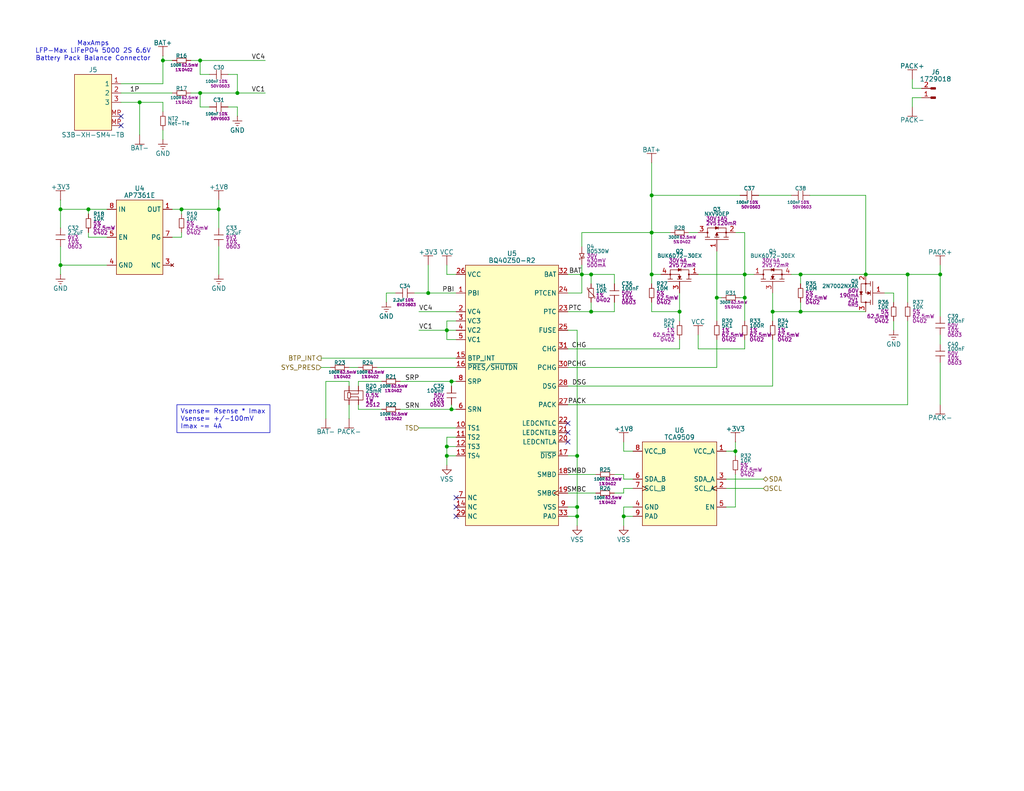
<source format=kicad_sch>
(kicad_sch (version 20231120) (generator "eeschema") (generator_version "8.0")
  (paper "USLetter")
  (title_block (date "2024-11-26") (comment 2 "PROTOTYPE") (comment 3 "2024"))
  (junction (at 121.92 124.46))
  (junction (at 177.8 53.34))
  (junction (at 200.66 123.19))
  (junction (at 256.54 74.93))
  (junction (at 116.84 80.01))
  (junction (at 158.75 74.93))
  (junction (at 24.13 57.15))
  (junction (at 157.48 138.43))
  (junction (at 170.18 140.97))
  (junction (at 38.1 27.94))
  (junction (at 123.19 111.76))
  (junction (at 218.44 74.93))
  (junction (at 203.2 81.28))
  (junction (at 161.29 74.93))
  (junction (at 44.45 16.51))
  (junction (at 177.8 63.5))
  (junction (at 64.77 25.4))
  (junction (at 210.82 85.09))
  (junction (at 218.44 85.09))
  (junction (at 247.65 74.93))
  (junction (at 157.48 140.97))
  (junction (at 59.69 57.15))
  (junction (at 203.2 74.93))
  (junction (at 185.42 85.09))
  (junction (at 121.92 90.17))
  (junction (at 123.19 104.14))
  (junction (at 195.58 81.28))
  (junction (at 157.48 124.46))
  (junction (at 121.92 121.92))
  (junction (at 16.51 57.15))
  (junction (at 54.61 25.4))
  (junction (at 161.29 85.09))
  (junction (at 177.8 74.93))
  (junction (at 236.22 74.93))
  (junction (at 16.51 72.39))
  (junction (at 54.61 16.51))
  (junction (at 49.53 57.15))
  (no_connect (at 124.46 138.43))
  (no_connect (at 33.02 34.29))
  (no_connect (at 124.46 140.97))
  (no_connect (at 33.02 31.75))
  (no_connect (at 124.46 135.89))
  (no_connect (at 154.94 115.57))
  (no_connect (at 154.94 120.65))
  (no_connect (at 154.94 118.11))
  (wire (pts (xy 157.48 138.43) (xy 157.48 140.97)))
  (wire (pts (xy 88.9 114.3) (xy 88.9 104.14)))
  (wire (pts (xy 46.99 57.15) (xy 49.53 57.15)))
  (wire (pts (xy 203.2 74.93) (xy 205.74 74.93)))
  (wire (pts (xy 113.03 80.01) (xy 116.84 80.01)))
  (wire (pts (xy 44.45 35.56) (xy 44.45 38.1)))
  (wire (pts (xy 154.94 110.49) (xy 247.65 110.49)))
  (wire (pts (xy 121.92 119.38) (xy 124.46 119.38)))
  (wire (pts (xy 177.8 85.09) (xy 185.42 85.09)))
  (wire (pts (xy 44.45 15.24) (xy 44.45 16.51)))
  (wire (pts (xy 123.19 104.14) (xy 123.19 105.41)))
  (wire (pts (xy 172.72 133.35) (xy 170.18 133.35)))
  (wire (pts (xy 161.29 74.93) (xy 161.29 77.47)))
  (wire (pts (xy 121.92 121.92) (xy 124.46 121.92)))
  (wire (pts (xy 105.41 80.01) (xy 107.95 80.01)))
  (wire (pts (xy 190.5 91.44) (xy 190.5 95.25)))
  (wire (pts (xy 54.61 16.51) (xy 54.61 20.32)))
  (wire (pts (xy 158.75 63.5) (xy 158.75 67.31)))
  (wire (pts (xy 44.45 16.51) (xy 46.99 16.51)))
  (wire (pts (xy 190.5 95.25) (xy 203.2 95.25)))
  (wire (pts (xy 218.44 74.93) (xy 215.9 74.93)))
  (wire (pts (xy 248.92 29.21) (xy 248.92 26.67)))
  (wire (pts (xy 97.79 105.41) (xy 97.79 104.14)))
  (wire (pts (xy 121.92 74.93) (xy 124.46 74.93)))
  (wire (pts (xy 29.21 57.15) (xy 24.13 57.15)))
  (wire (pts (xy 121.92 90.17) (xy 121.92 92.71)))
  (wire (pts (xy 170.18 129.54) (xy 170.18 130.81)))
  (wire (pts (xy 210.82 80.01) (xy 210.82 85.09)))
  (wire (pts (xy 198.12 130.81) (xy 208.28 130.81)))
  (wire (pts (xy 121.92 121.92) (xy 121.92 119.38)))
  (wire (pts (xy 203.2 74.93) (xy 203.2 81.28)))
  (wire (pts (xy 154.94 95.25) (xy 185.42 95.25)))
  (wire (pts (xy 157.48 90.17) (xy 157.48 124.46)))
  (wire (pts (xy 220.98 53.34) (xy 236.22 53.34)))
  (wire (pts (xy 97.79 111.76) (xy 104.14 111.76)))
  (wire (pts (xy 121.92 127) (xy 121.92 124.46)))
  (wire (pts (xy 167.64 77.47) (xy 167.64 74.93)))
  (wire (pts (xy 200.66 63.5) (xy 203.2 63.5)))
  (wire (pts (xy 116.84 72.39) (xy 116.84 80.01)))
  (wire (pts (xy 49.53 57.15) (xy 59.69 57.15)))
  (wire (pts (xy 54.61 25.4) (xy 64.77 25.4)))
  (wire (pts (xy 170.18 133.35) (xy 170.18 134.62)))
  (wire (pts (xy 198.12 133.35) (xy 208.28 133.35)))
  (wire (pts (xy 33.02 27.94) (xy 38.1 27.94)))
  (wire (pts (xy 57.15 29.21) (xy 54.61 29.21)))
  (wire (pts (xy 114.3 90.17) (xy 121.92 90.17)))
  (wire (pts (xy 180.34 74.93) (xy 177.8 74.93)))
  (wire (pts (xy 187.96 63.5) (xy 190.5 63.5)))
  (wire (pts (xy 95.25 100.33) (xy 97.79 100.33)))
  (wire (pts (xy 200.66 120.65) (xy 200.66 123.19)))
  (wire (pts (xy 210.82 92.71) (xy 210.82 105.41)))
  (wire (pts (xy 157.48 124.46) (xy 154.94 124.46)))
  (wire (pts (xy 195.58 92.71) (xy 195.58 100.33)))
  (wire (pts (xy 167.64 82.55) (xy 167.64 85.09)))
  (wire (pts (xy 105.41 82.55) (xy 105.41 80.01)))
  (wire (pts (xy 218.44 85.09) (xy 210.82 85.09)))
  (wire (pts (xy 185.42 92.71) (xy 185.42 95.25)))
  (wire (pts (xy 198.12 123.19) (xy 200.66 123.19)))
  (wire (pts (xy 157.48 140.97) (xy 154.94 140.97)))
  (wire (pts (xy 177.8 53.34) (xy 201.93 53.34)))
  (wire (pts (xy 158.75 80.01) (xy 158.75 74.93)))
  (wire (pts (xy 218.44 85.09) (xy 236.22 85.09)))
  (wire (pts (xy 114.3 116.84) (xy 124.46 116.84)))
  (wire (pts (xy 121.92 87.63) (xy 121.92 90.17)))
  (wire (pts (xy 33.02 22.86) (xy 44.45 22.86)))
  (wire (pts (xy 64.77 31.75) (xy 64.77 29.21)))
  (wire (pts (xy 44.45 27.94) (xy 44.45 30.48)))
  (wire (pts (xy 88.9 104.14) (xy 95.25 104.14)))
  (wire (pts (xy 114.3 85.09) (xy 124.46 85.09)))
  (wire (pts (xy 167.64 74.93) (xy 161.29 74.93)))
  (wire (pts (xy 243.84 80.01) (xy 241.3 80.01)))
  (wire (pts (xy 109.22 104.14) (xy 123.19 104.14)))
  (wire (pts (xy 177.8 53.34) (xy 177.8 63.5)))
  (wire (pts (xy 124.46 90.17) (xy 121.92 90.17)))
  (wire (pts (xy 54.61 16.51) (xy 72.39 16.51)))
  (wire (pts (xy 87.63 100.33) (xy 90.17 100.33)))
  (wire (pts (xy 256.54 72.39) (xy 256.54 74.93)))
  (wire (pts (xy 95.25 110.49) (xy 95.25 114.3)))
  (wire (pts (xy 256.54 86.36) (xy 256.54 74.93)))
  (wire (pts (xy 124.46 111.76) (xy 123.19 111.76)))
  (wire (pts (xy 16.51 72.39) (xy 16.51 74.93)))
  (wire (pts (xy 154.94 100.33) (xy 195.58 100.33)))
  (wire (pts (xy 64.77 20.32) (xy 64.77 25.4)))
  (wire (pts (xy 64.77 29.21) (xy 62.23 29.21)))
  (wire (pts (xy 177.8 82.55) (xy 177.8 85.09)))
  (wire (pts (xy 247.65 110.49) (xy 247.65 87.63)))
  (wire (pts (xy 167.64 129.54) (xy 170.18 129.54)))
  (wire (pts (xy 154.94 138.43) (xy 157.48 138.43)))
  (wire (pts (xy 49.53 57.15) (xy 49.53 58.42)))
  (wire (pts (xy 124.46 104.14) (xy 123.19 104.14)))
  (wire (pts (xy 167.64 85.09) (xy 161.29 85.09)))
  (wire (pts (xy 97.79 104.14) (xy 104.14 104.14)))
  (wire (pts (xy 16.51 72.39) (xy 29.21 72.39)))
  (wire (pts (xy 102.87 100.33) (xy 124.46 100.33)))
  (wire (pts (xy 200.66 129.54) (xy 200.66 138.43)))
  (wire (pts (xy 170.18 140.97) (xy 172.72 140.97)))
  (wire (pts (xy 256.54 99.06) (xy 256.54 110.49)))
  (wire (pts (xy 62.23 20.32) (xy 64.77 20.32)))
  (wire (pts (xy 170.18 140.97) (xy 170.18 138.43)))
  (wire (pts (xy 243.84 82.55) (xy 243.84 80.01)))
  (wire (pts (xy 200.66 138.43) (xy 198.12 138.43)))
  (wire (pts (xy 170.18 138.43) (xy 172.72 138.43)))
  (wire (pts (xy 236.22 74.93) (xy 247.65 74.93)))
  (wire (pts (xy 44.45 16.51) (xy 44.45 22.86)))
  (wire (pts (xy 121.92 72.39) (xy 121.92 74.93)))
  (wire (pts (xy 170.18 123.19) (xy 172.72 123.19)))
  (wire (pts (xy 157.48 90.17) (xy 154.94 90.17)))
  (wire (pts (xy 52.07 25.4) (xy 54.61 25.4)))
  (wire (pts (xy 177.8 63.5) (xy 177.8 74.93)))
  (wire (pts (xy 24.13 57.15) (xy 16.51 57.15)))
  (wire (pts (xy 158.75 63.5) (xy 177.8 63.5)))
  (wire (pts (xy 157.48 143.51) (xy 157.48 140.97)))
  (wire (pts (xy 124.46 87.63) (xy 121.92 87.63)))
  (wire (pts (xy 170.18 134.62) (xy 167.64 134.62)))
  (wire (pts (xy 195.58 81.28) (xy 195.58 87.63)))
  (wire (pts (xy 154.94 80.01) (xy 158.75 80.01)))
  (wire (pts (xy 16.51 67.31) (xy 16.51 72.39)))
  (wire (pts (xy 203.2 95.25) (xy 203.2 92.71)))
  (wire (pts (xy 64.77 25.4) (xy 72.39 25.4)))
  (wire (pts (xy 248.92 21.59) (xy 248.92 24.13)))
  (wire (pts (xy 123.19 111.76) (xy 123.19 110.49)))
  (wire (pts (xy 154.94 105.41) (xy 210.82 105.41)))
  (wire (pts (xy 158.75 72.39) (xy 158.75 74.93)))
  (wire (pts (xy 177.8 44.45) (xy 177.8 53.34)))
  (wire (pts (xy 158.75 74.93) (xy 161.29 74.93)))
  (wire (pts (xy 95.25 104.14) (xy 95.25 105.41)))
  (wire (pts (xy 236.22 53.34) (xy 236.22 74.93)))
  (wire (pts (xy 16.51 54.61) (xy 16.51 57.15)))
  (wire (pts (xy 154.94 134.62) (xy 162.56 134.62)))
  (wire (pts (xy 121.92 124.46) (xy 124.46 124.46)))
  (wire (pts (xy 248.92 26.67) (xy 251.46 26.67)))
  (wire (pts (xy 218.44 82.55) (xy 218.44 85.09)))
  (wire (pts (xy 97.79 110.49) (xy 97.79 111.76)))
  (wire (pts (xy 46.99 64.77) (xy 49.53 64.77)))
  (wire (pts (xy 52.07 16.51) (xy 54.61 16.51)))
  (wire (pts (xy 210.82 85.09) (xy 210.82 87.63)))
  (wire (pts (xy 207.01 53.34) (xy 215.9 53.34)))
  (wire (pts (xy 177.8 74.93) (xy 177.8 77.47)))
  (wire (pts (xy 256.54 91.44) (xy 256.54 93.98)))
  (wire (pts (xy 38.1 27.94) (xy 38.1 36.83)))
  (wire (pts (xy 203.2 63.5) (xy 203.2 74.93)))
  (wire (pts (xy 218.44 77.47) (xy 218.44 74.93)))
  (wire (pts (xy 177.8 63.5) (xy 182.88 63.5)))
  (wire (pts (xy 87.63 97.79) (xy 124.46 97.79)))
  (wire (pts (xy 170.18 120.65) (xy 170.18 123.19)))
  (wire (pts (xy 121.92 92.71) (xy 124.46 92.71)))
  (wire (pts (xy 170.18 130.81) (xy 172.72 130.81)))
  (wire (pts (xy 195.58 68.58) (xy 195.58 81.28)))
  (wire (pts (xy 185.42 85.09) (xy 185.42 80.01)))
  (wire (pts (xy 185.42 85.09) (xy 185.42 87.63)))
  (wire (pts (xy 218.44 74.93) (xy 236.22 74.93)))
  (wire (pts (xy 59.69 54.61) (xy 59.69 57.15)))
  (wire (pts (xy 154.94 85.09) (xy 161.29 85.09)))
  (wire (pts (xy 24.13 57.15) (xy 24.13 58.42)))
  (wire (pts (xy 190.5 74.93) (xy 203.2 74.93)))
  (wire (pts (xy 54.61 29.21) (xy 54.61 25.4)))
  (wire (pts (xy 161.29 82.55) (xy 161.29 85.09)))
  (wire (pts (xy 243.84 87.63) (xy 243.84 90.17)))
  (wire (pts (xy 201.93 81.28) (xy 203.2 81.28)))
  (wire (pts (xy 116.84 80.01) (xy 124.46 80.01)))
  (wire (pts (xy 200.66 123.19) (xy 200.66 124.46)))
  (wire (pts (xy 109.22 111.76) (xy 123.19 111.76)))
  (wire (pts (xy 154.94 129.54) (xy 162.56 129.54)))
  (wire (pts (xy 247.65 74.93) (xy 256.54 74.93)))
  (wire (pts (xy 157.48 138.43) (xy 157.48 124.46)))
  (wire (pts (xy 49.53 64.77) (xy 49.53 63.5)))
  (wire (pts (xy 24.13 64.77) (xy 29.21 64.77)))
  (wire (pts (xy 57.15 20.32) (xy 54.61 20.32)))
  (wire (pts (xy 33.02 25.4) (xy 46.99 25.4)))
  (wire (pts (xy 121.92 124.46) (xy 121.92 121.92)))
  (wire (pts (xy 59.69 62.23) (xy 59.69 57.15)))
  (wire (pts (xy 38.1 27.94) (xy 44.45 27.94)))
  (wire (pts (xy 248.92 24.13) (xy 251.46 24.13)))
  (wire (pts (xy 203.2 81.28) (xy 203.2 87.63)))
  (wire (pts (xy 247.65 74.93) (xy 247.65 82.55)))
  (wire (pts (xy 170.18 143.51) (xy 170.18 140.97)))
  (wire (pts (xy 154.94 74.93) (xy 158.75 74.93)))
  (wire (pts (xy 59.69 67.31) (xy 59.69 74.93)))
  (wire (pts (xy 24.13 64.77) (xy 24.13 63.5)))
  (wire (pts (xy 195.58 81.28) (xy 196.85 81.28)))
  (wire (pts (xy 16.51 57.15) (xy 16.51 62.23)))
  (text_box "Vsense= Rsense * Imax\nVsense= +/-100mV\nImax ~= 4A" (at 48.26 110.49 0) (size 25.4 7.62) (effects (font (size 1.27 1.27)) (justify left top)))
  (text "MaxAmps\nLFP-Max LiFePO4 5000 2S 6.6V\nBattery Pack Balance Connector" (at 25.4 13.97 0) (effects (font (size 1.27 1.27))))
  (label "PCHG" (at 160.02 100.33 180))
  (label "CHG" (at 160.02 95.25 180))
  (label "SRP" (at 110.49 104.14 0))
  (label "DSG" (at 160.02 105.41 180))
  (label "SMBC" (at 160.02 134.62 180))
  (label "1P" (at 38.1 25.4 180))
  (label "SMBD" (at 160.02 129.54 180))
  (label "VC4" (at 72.39 16.51 180))
  (label "VC1" (at 72.39 25.4 180))
  (label "PACK" (at 160.02 110.49 180))
  (label "VC4" (at 114.3 85.09 0))
  (label "PTC" (at 158.75 85.09 180))
  (label "BAT" (at 158.75 74.93 180))
  (label "VC1" (at 114.3 90.17 0))
  (label "SRN" (at 110.49 111.76 0))
  (label "PBI" (at 120.65 80.01 0))
  (hierarchical_label "SYS_PRES" (shape input) (at 87.63 100.33 180))
  (hierarchical_label "SCL" (shape input) (at 208.28 133.35 0))
  (hierarchical_label "SDA" (shape bidirectional) (at 208.28 130.81 0))
  (hierarchical_label "TS" (shape input) (at 114.3 116.84 180))
  (hierarchical_label "BTP_INT" (shape output) (at 87.63 97.79 180))
  (symbol (lib_id "lib_sch:PACK-") (at 95.25 114.3 0) (unit 1)
    (property "Reference" "#PWR051" (effects (hide yes)))
    (property "Value" "PACK-" (at 95.25 117.856 0))
  )
  (symbol (lib_id "lib_sch:Thermistor") (at 161.29 80.01 0) (unit 1)
    (property "Reference" "TH1" (at 162.56 78.105 0) (effects (font (size 1.016 1.016)) (justify left)))
    (property "Value" "10K" (at 162.56 79.375 0) (effects (font (size 1.016 1.016)) (justify left)))
    (property "Footprint" "lib_fp:SON2P65_100X60X50L50X25N" (effects (hide yes)))
    (property "Datasheet" "datasheets/Texas-Instruments-TMP61-Q1.pdf" (effects (hide yes)))
    (property "Description" "SENSOR PTC 10KOHM 1% X1SON" (effects (hide yes)))
    (property "Manufacturer" "Texas Instruments" (effects (hide yes)))
    (property "MPN" "TMP6131QDECRQ1" (effects (hide yes)))
    (property "DKPN" "296-53530-1-ND" (effects (hide yes)))
    (property "Resistance Tolerance" "1%" (at 162.56 80.645 0) (effects (font (size 1.016 1.016)) (justify left)))
    (property "Package" "0402" (at 162.56 81.915 0) (effects (font (size 1.016 1.016)) (justify left)))
  )
  (symbol (lib_id "lib_sch:R") (at 177.8 80.01 0) (unit 1)
    (property "Reference" "R27" (at 179.07 77.47 0) (effects (font (size 1.016 1.016)) (justify left)))
    (property "Value" "10M" (at 179.07 78.74 0) (effects (font (size 1.016 1.016)) (justify left)))
    (property "Footprint" "lib_fp:CRCW0402" (effects (hide yes)))
    (property "Datasheet" "datasheets/Vishay-Dale-DRCWe3.pdf" (effects (hide yes)))
    (property "Description" "RES SMD 10M OHM 5% 1/16W 0402" (effects (hide yes)))
    (property "Manufacturer" "Vishay Dale" (effects (hide yes)))
    (property "MPN" "CRCW040210M0JNED" (effects (hide yes)))
    (property "DKPN" "541-10MJCT-ND" (effects (hide yes)))
    (property "Tolerance" "5%" (at 179.07 80.01 0) (effects (font (size 1.016 1.016)) (justify left)))
    (property "Power Rating" "62.5mW" (at 179.07 81.28 0) (effects (font (size 1.016 1.016)) (justify left)))
    (property "Package" "0402" (at 179.07 82.55 0) (effects (font (size 1.016 1.016)) (justify left)))
  )
  (symbol (lib_id "lib_sch:BAT-") (at 38.1 36.83 0) (unit 1)
    (property "Reference" "#PWR044" (effects (hide yes)))
    (property "Value" "BAT-" (at 38.1 40.386 0))
  )
  (symbol (lib_id "lib_sch:C") (at 167.64 80.01 0) (unit 1)
    (property "Reference" "C36" (at 169.545 77.47 0) (effects (font (size 1.016 1.016)) (justify left)))
    (property "Value" "100nF" (at 169.545 78.74 0) (effects (font (size 1.016 1.016)) (justify left)))
    (property "Footprint" "lib_fp:MLCC0603" (effects (hide yes)))
    (property "Datasheet" "datasheets/Kyocera-AVX-MLCCKAM.pdf" (effects (hide yes)))
    (property "Description" "CAP CER 0.1UF 50V X7R 0603" (effects (hide yes)))
    (property "Manufacturer" "KYOCERA AVX" (effects (hide yes)))
    (property "MPN" "KAM15AR71H104KM" (effects (hide yes)))
    (property "DKPN" "478-KAM15AR71H104KMCT-ND" (effects (hide yes)))
    (property "Tolerance" "10%" (at 169.545 81.28 0) (effects (font (size 1.016 1.016)) (justify left)))
    (property "Voltage Rating" "50V" (at 169.545 80.01 0) (effects (font (size 1.016 1.016)) (justify left)))
    (property "Package" "0603" (at 169.545 82.55 0) (effects (font (size 1.016 1.016)) (justify left)))
  )
  (symbol (lib_id "lib_sch:PACK+") (at 248.92 21.59 0) (unit 1)
    (property "Reference" "#PWR065" (effects (hide yes)))
    (property "Value" "PACK+" (at 248.92 18.034 0))
  )
  (symbol (lib_id "lib_sch:R_horizontal") (at 185.42 63.5 0) (unit 1)
    (property "Reference" "R28" (at 185.42 62.23 0) (effects (font (size 1.016 1.016))))
    (property "Value" "300R" (at 185.42 64.77 0) (effects (font (size 0.762 0.762)) (justify right)))
    (property "Footprint" "lib_fp:CRCW0402" (effects (hide yes)))
    (property "Datasheet" "datasheets/Vishay-Dale-DRCWe3.pdf" (effects (hide yes)))
    (property "Description" "RES SMD 300 OHM 5% 1/16W 0402" (effects (hide yes)))
    (property "Manufacturer" "Vishay Dale" (effects (hide yes)))
    (property "MPN" "CRCW0402300RJNED" (effects (hide yes)))
    (property "DKPN" "541-300JCT-ND" (effects (hide yes)))
    (property "Tolerance" "5%" (at 185.42 66.04 0) (effects (font (size 0.762 0.762)) (justify right)))
    (property "Power Rating" "62.5mW" (at 185.42 64.77 0) (effects (font (size 0.762 0.762)) (justify left)))
    (property "Package" "0402" (at 185.42 66.04 0) (effects (font (size 0.762 0.762)) (justify left)))
  )
  (symbol (lib_id "lib_sch:D_Schottky") (at 158.75 69.85 0) (mirror x) (unit 1)
    (property "Reference" "D4" (at 160.02 67.31 0) (effects (font (size 1.016 1.016)) (justify left)))
    (property "Value" "B0530W" (at 160.02 68.58 0) (effects (font (size 1.016 1.016)) (justify left)))
    (property "Footprint" "lib_fp:SOD123" (effects (hide yes)))
    (property "Datasheet" "datasheets/Diodes-Incorporated-B0530W.pdf" (effects (hide yes)))
    (property "Description" "DIODE SCHOTTKY 30V 500MA SOD123" (effects (hide yes)))
    (property "Manufacturer" "Diodes Incorporated" (effects (hide yes)))
    (property "MPN" "B0530W-7-F" (effects (hide yes)))
    (property "DKPN" "B0530W-FDICT-ND" (effects (hide yes)))
    (property "Reverse Voltage" "30V" (at 160.02 69.85 0) (effects (font (size 1.016 1.016)) (justify left)))
    (property "Forward Voltage" "430mV" (at 160.02 71.12 0) (effects (font (size 1.016 1.016)) (justify left)))
    (property "Current" "500mA" (at 160.02 72.39 0) (effects (font (size 1.016 1.016)) (justify left)))
  )
  (symbol (lib_id "lib_sch:PMOS_GSD") (at 195.58 63.5 0) (unit 1)
    (property "Reference" "Q3" (at 195.58 57.15 0) (effects (font (size 1.016 1.016))))
    (property "Value" "NXV90EP" (at 195.58 58.42 0) (effects (font (size 1.016 1.016))))
    (property "Footprint" "lib_fp:SOT23-3P95_230X290X100L43X30N" (effects (hide yes)))
    (property "Datasheet" "datasheets/Nexperia-NXV90EP.pdf" (effects (hide yes)))
    (property "Description" "NXV90EP/SOT23/TO-236AB" (effects (hide yes)))
    (property "Manufacturer" "Nexperia USA Inc." (effects (hide yes)))
    (property "MPN" "NXV90EPR" (effects (hide yes)))
    (property "DKPN" "1727-NXV90EPRCT-ND" (effects (hide yes)))
    (property "VDSS" "30V" (at 195.58 59.69 0) (effects (font (size 1.016 1.016)) (justify right)))
    (property "VGSTH" "2V5" (at 195.58 60.96 0) (effects (font (size 1.016 1.016)) (justify right)))
    (property "ID" "1A5" (at 195.58 59.69 0) (effects (font (size 1.016 1.016)) (justify left)))
    (property "RDSON" "120mR" (at 195.58 60.96 0) (effects (font (size 1.016 1.016)) (justify left)))
  )
  (symbol (lib_id "lib_sch:C") (at 16.51 64.77 0) (unit 1)
    (property "Reference" "C32" (at 18.415 62.23 0) (effects (font (size 1.016 1.016)) (justify left)))
    (property "Value" "2.2uF" (at 18.415 63.5 0) (effects (font (size 1.016 1.016)) (justify left)))
    (property "Footprint" "lib_fp:MLCC0603" (effects (hide yes)))
    (property "Datasheet" "datasheets/Kyocera-AVX-MLCCKAM.pdf" (effects (hide yes)))
    (property "Description" "0603 X7R 2.2UF10% 6.3V AEC-Q200" (effects (hide yes)))
    (property "Manufacturer" "KYOCERA AVX" (effects (hide yes)))
    (property "MPN" "KAM15AR70J225KT" (effects (hide yes)))
    (property "DKPN" "478-KAM15AR70J225KTCT-ND" (effects (hide yes)))
    (property "Tolerance" "10%" (at 18.415 66.04 0) (effects (font (size 1.016 1.016)) (justify left)))
    (property "Voltage Rating" "6V3" (at 18.415 64.77 0) (effects (font (size 1.016 1.016)) (justify left)))
    (property "Package" "0603" (at 18.415 67.31 0) (effects (font (size 1.016 1.016)) (justify left)))
  )
  (symbol (lib_id "lib_sch:R_horizontal") (at 49.53 16.51 0) (unit 1)
    (property "Reference" "R16" (at 49.53 15.24 0) (effects (font (size 1.016 1.016))))
    (property "Value" "100R" (at 49.53 17.78 0) (effects (font (size 0.762 0.762)) (justify right)))
    (property "Footprint" "lib_fp:CRCW0402" (effects (hide yes)))
    (property "Datasheet" "datasheets/Vishay-Dale-DRCWe3.pdf" (effects (hide yes)))
    (property "Description" "RES SMD 100 OHM 1% 1/16W 0402" (effects (hide yes)))
    (property "Manufacturer" "Vishay Dale" (effects (hide yes)))
    (property "MPN" "CRCW0402100RFKED" (effects (hide yes)))
    (property "DKPN" "541-100LCT-ND" (effects (hide yes)))
    (property "Tolerance" "1%" (at 49.53 19.05 0) (effects (font (size 0.762 0.762)) (justify right)))
    (property "Power Rating" "62.5mW" (at 49.53 17.78 0) (effects (font (size 0.762 0.762)) (justify left)))
    (property "Package" "0402" (at 49.53 19.05 0) (effects (font (size 0.762 0.762)) (justify left)))
  )
  (symbol (lib_id "lib_sch:R") (at 247.65 85.09 0) (unit 1)
    (property "Reference" "R37" (at 248.92 82.55 0) (effects (font (size 1.016 1.016)) (justify left)))
    (property "Value" "10K" (at 248.92 83.82 0) (effects (font (size 1.016 1.016)) (justify left)))
    (property "Footprint" "lib_fp:CRCW0402" (effects (hide yes)))
    (property "Datasheet" "datasheets/Vishay-Dale-DRCWe3.pdf" (effects (hide yes)))
    (property "Description" "RES SMD 10K OHM 5% 1/16W 0402" (effects (hide yes)))
    (property "Manufacturer" "Vishay Dale" (effects (hide yes)))
    (property "MPN" "CRCW040210K0JNED" (effects (hide yes)))
    (property "DKPN" "541-10KJCT-ND" (effects (hide yes)))
    (property "Tolerance" "5%" (at 248.92 85.09 0) (effects (font (size 1.016 1.016)) (justify left)))
    (property "Power Rating" "62.5mW" (at 248.92 86.36 0) (effects (font (size 1.016 1.016)) (justify left)))
    (property "Package" "0402" (at 248.92 87.63 0) (effects (font (size 1.016 1.016)) (justify left)))
  )
  (symbol (lib_id "lib_sch:R") (at 243.84 85.09 0) (mirror y) (unit 1)
    (property "Reference" "R36" (at 242.57 82.55 0) (effects (font (size 1.016 1.016)) (justify left)))
    (property "Value" "10K" (at 242.57 83.82 0) (effects (font (size 1.016 1.016)) (justify left)))
    (property "Footprint" "lib_fp:CRCW0402" (effects (hide yes)))
    (property "Datasheet" "datasheets/Vishay-Dale-DRCWe3.pdf" (effects (hide yes)))
    (property "Description" "RES SMD 10K OHM 5% 1/16W 0402" (effects (hide yes)))
    (property "Manufacturer" "Vishay Dale" (effects (hide yes)))
    (property "MPN" "CRCW040210K0JNED" (effects (hide yes)))
    (property "DKPN" "541-10KJCT-ND" (effects (hide yes)))
    (property "Tolerance" "5%" (at 242.57 85.09 0) (effects (font (size 1.016 1.016)) (justify left)))
    (property "Power Rating" "62.5mW" (at 242.57 86.36 0) (effects (font (size 1.016 1.016)) (justify left)))
    (property "Package" "0402" (at 242.57 87.63 0) (effects (font (size 1.016 1.016)) (justify left)))
  )
  (symbol (lib_id "lib_sch:Conn_01x02_Pin") (at 255.27 25.4 180) (unit 1)
    (property "Reference" "J6" (at 255.27 19.685 0))
    (property "Value" "1729018" (at 255.27 21.59 0))
    (property "Footprint" "lib_fp:5mmTerminalBlock" (effects (hide yes)))
    (property "Datasheet" "datasheets/Phoenix-Contact-1729018.pdf" (effects (hide yes)))
    (property "Description" "TERM BLK 2POS SIDE ENTRY 5MM PCB" (effects (hide yes)))
    (property "Manufacturer" "Phoenix Contact" (effects (hide yes)))
    (property "MPN" "1729018" (effects (hide yes)))
    (property "DKPN" "277-1236-ND" (effects (hide yes)))
  )
  (symbol (lib_id "lib_sch:R_horizontal") (at 100.33 100.33 0) (unit 1)
    (property "Reference" "R24" (at 100.33 99.06 0) (effects (font (size 1.016 1.016))))
    (property "Value" "100R" (at 100.33 101.6 0) (effects (font (size 0.762 0.762)) (justify right)))
    (property "Footprint" "lib_fp:CRCW0402" (effects (hide yes)))
    (property "Datasheet" "datasheets/Vishay-Dale-DRCWe3.pdf" (effects (hide yes)))
    (property "Description" "RES SMD 100 OHM 1% 1/16W 0402" (effects (hide yes)))
    (property "Manufacturer" "Vishay Dale" (effects (hide yes)))
    (property "MPN" "CRCW0402100RFKED" (effects (hide yes)))
    (property "DKPN" "541-100LCT-ND" (effects (hide yes)))
    (property "Tolerance" "1%" (at 100.33 102.87 0) (effects (font (size 0.762 0.762)) (justify right)))
    (property "Power Rating" "62.5mW" (at 100.33 101.6 0) (effects (font (size 0.762 0.762)) (justify left)))
    (property "Package" "0402" (at 100.33 102.87 0) (effects (font (size 0.762 0.762)) (justify left)))
  )
  (symbol (lib_id "lib_sch:R") (at 195.58 90.17 0) (unit 1)
    (property "Reference" "R30" (at 196.85 87.63 0) (effects (font (size 1.016 1.016)) (justify left)))
    (property "Value" "5K1" (at 196.85 88.9 0) (effects (font (size 1.016 1.016)) (justify left)))
    (property "Footprint" "lib_fp:CRCW0402" (effects (hide yes)))
    (property "Datasheet" "datasheets/Vishay-Dale-DRCWe3.pdf" (effects (hide yes)))
    (property "Description" "RES SMD 5.1K OHM 1% 1/16W 0402" (effects (hide yes)))
    (property "Manufacturer" "Vishay Dale" (effects (hide yes)))
    (property "MPN" "CRCW04025K10FKED" (effects (hide yes)))
    (property "DKPN" "541-5.10KLCT-ND" (effects (hide yes)))
    (property "Tolerance" "1%" (at 196.85 90.17 0) (effects (font (size 1.016 1.016)) (justify left)))
    (property "Power Rating" "62.5mW" (at 196.85 91.44 0) (effects (font (size 1.016 1.016)) (justify left)))
    (property "Package" "0402" (at 196.85 92.71 0) (effects (font (size 1.016 1.016)) (justify left)))
  )
  (symbol (lib_id "lib_sch:R") (at 210.82 90.17 0) (unit 1)
    (property "Reference" "R34" (at 212.09 87.63 0) (effects (font (size 1.016 1.016)) (justify left)))
    (property "Value" "5K1" (at 212.09 88.9 0) (effects (font (size 1.016 1.016)) (justify left)))
    (property "Footprint" "lib_fp:CRCW0402" (effects (hide yes)))
    (property "Datasheet" "datasheets/Vishay-Dale-DRCWe3.pdf" (effects (hide yes)))
    (property "Description" "RES SMD 5.1K OHM 1% 1/16W 0402" (effects (hide yes)))
    (property "Manufacturer" "Vishay Dale" (effects (hide yes)))
    (property "MPN" "CRCW04025K10FKED" (effects (hide yes)))
    (property "DKPN" "541-5.10KLCT-ND" (effects (hide yes)))
    (property "Tolerance" "1%" (at 212.09 90.17 0) (effects (font (size 1.016 1.016)) (justify left)))
    (property "Power Rating" "62.5mW" (at 212.09 91.44 0) (effects (font (size 1.016 1.016)) (justify left)))
    (property "Package" "0402" (at 212.09 92.71 0) (effects (font (size 1.016 1.016)) (justify left)))
  )
  (symbol (lib_id "lib_sch:+3V3") (at 16.51 54.61 0) (unit 1)
    (property "Reference" "#PWR042" (effects (hide yes)))
    (property "Value" "+3V3" (at 16.51 51.054 0))
  )
  (symbol (lib_id "lib_sch:NMOS_DGS") (at 210.82 74.93 0) (unit 1)
    (property "Reference" "Q4" (at 210.82 68.58 0) (effects (font (size 1.016 1.016))))
    (property "Value" "BUK6D72-30EX" (at 210.82 69.85 0) (effects (font (size 1.016 1.016))))
    (property "Footprint" "lib_fp:UDFN6P65_200X200X65L30X25N" (effects (hide yes)))
    (property "Datasheet" "datasheets/Nexperia-BUK6D72-30E.pdf" (effects (hide yes)))
    (property "Description" "MOSFET N-CH 30V 4A/11A 6DFN" (effects (hide yes)))
    (property "Manufacturer" "Nexperia USA Inc." (effects (hide yes)))
    (property "MPN" "BUK6D72-30EX" (effects (hide yes)))
    (property "DKPN" "1727-8677-1-ND" (effects (hide yes)))
    (property "VDSS" "30V" (at 210.82 71.12 0) (effects (font (size 1.016 1.016)) (justify right)))
    (property "VGSTH" "2V5" (at 210.82 72.39 0) (effects (font (size 1.016 1.016)) (justify right)))
    (property "ID" "4A" (at 210.82 71.12 0) (effects (font (size 1.016 1.016)) (justify left)))
    (property "RDSON" "72mR" (at 210.82 72.39 0) (effects (font (size 1.016 1.016)) (justify left)))
  )
  (symbol (lib_id "lib_sch:BAT+") (at 177.8 44.45 0) (unit 1)
    (property "Reference" "#PWR058" (effects (hide yes)))
    (property "Value" "BAT+" (at 177.8 40.894 0))
  )
  (symbol (lib_id "lib_sch:NMOS_DGS") (at 185.42 74.93 0) (mirror y) (unit 1)
    (property "Reference" "Q2" (at 185.42 68.58 0) (effects (font (size 1.016 1.016))))
    (property "Value" "BUK6D72-30EX" (at 185.42 69.85 0) (effects (font (size 1.016 1.016))))
    (property "Footprint" "lib_fp:UDFN6P65_200X200X65L30X25N" (effects (hide yes)))
    (property "Datasheet" "datasheets/Nexperia-BUK6D72-30E.pdf" (effects (hide yes)))
    (property "Description" "MOSFET N-CH 30V 4A/11A 6DFN" (effects (hide yes)))
    (property "Manufacturer" "Nexperia USA Inc." (effects (hide yes)))
    (property "MPN" "BUK6D72-30EX" (effects (hide yes)))
    (property "DKPN" "1727-8677-1-ND" (effects (hide yes)))
    (property "VDSS" "30V" (at 185.42 71.12 0) (effects (font (size 1.016 1.016)) (justify left)))
    (property "VGSTH" "2V5" (at 185.42 72.39 0) (effects (font (size 1.016 1.016)) (justify left)))
    (property "ID" "4A" (at 185.42 71.12 0) (effects (font (size 1.016 1.016)) (justify right)))
    (property "RDSON" "72mR" (at 185.42 72.39 0) (effects (font (size 1.016 1.016)) (justify right)))
  )
  (symbol (lib_id "lib_sch:R_horizontal") (at 106.68 111.76 0) (unit 1)
    (property "Reference" "R22" (at 106.68 110.49 0) (effects (font (size 1.016 1.016))))
    (property "Value" "100R" (at 106.68 113.03 0) (effects (font (size 0.762 0.762)) (justify right)))
    (property "Footprint" "lib_fp:CRCW0402" (effects (hide yes)))
    (property "Datasheet" "datasheets/Vishay-Dale-DRCWe3.pdf" (effects (hide yes)))
    (property "Description" "RES SMD 100 OHM 1% 1/16W 0402" (effects (hide yes)))
    (property "Manufacturer" "Vishay Dale" (effects (hide yes)))
    (property "MPN" "CRCW0402100RFKED" (effects (hide yes)))
    (property "DKPN" "541-100LCT-ND" (effects (hide yes)))
    (property "Tolerance" "1%" (at 106.68 114.3 0) (effects (font (size 0.762 0.762)) (justify right)))
    (property "Power Rating" "62.5mW" (at 106.68 113.03 0) (effects (font (size 0.762 0.762)) (justify left)))
    (property "Package" "0402" (at 106.68 114.3 0) (effects (font (size 0.762 0.762)) (justify left)))
  )
  (symbol (lib_id "lib_sch:PACK+") (at 256.54 72.39 0) (unit 1)
    (property "Reference" "#PWR062" (effects (hide yes)))
    (property "Value" "PACK+" (at 256.54 68.834 0))
  )
  (symbol (lib_id "lib_sch:GND") (at 105.41 82.55 0) (unit 1)
    (property "Reference" "#PWR052" (effects (hide yes)))
    (property "Value" "GND" (at 105.41 86.36 0))
  )
  (symbol (lib_id "lib_sch:+1V8") (at 170.18 120.65 0) (unit 1)
    (property "Reference" "#PWR057" (effects (hide yes)))
    (property "Value" "+1V8" (at 170.18 117.094 0))
  )
  (symbol (lib_id "lib_sch:R") (at 24.13 60.96 0) (unit 1)
    (property "Reference" "R18" (at 25.4 58.42 0) (effects (font (size 1.016 1.016)) (justify left)))
    (property "Value" "10K" (at 25.4 59.69 0) (effects (font (size 1.016 1.016)) (justify left)))
    (property "Footprint" "lib_fp:CRCW0402" (effects (hide yes)))
    (property "Datasheet" "datasheets/Vishay-Dale-DRCWe3.pdf" (effects (hide yes)))
    (property "Description" "RES SMD 10K OHM 5% 1/16W 0402" (effects (hide yes)))
    (property "Manufacturer" "Vishay Dale" (effects (hide yes)))
    (property "MPN" "CRCW040210K0JNED" (effects (hide yes)))
    (property "DKPN" "541-10KJCT-ND" (effects (hide yes)))
    (property "Tolerance" "5%" (at 25.4 60.96 0) (effects (font (size 1.016 1.016)) (justify left)))
    (property "Power Rating" "62.5mW" (at 25.4 62.23 0) (effects (font (size 1.016 1.016)) (justify left)))
    (property "Package" "0402" (at 25.4 63.5 0) (effects (font (size 1.016 1.016)) (justify left)))
  )
  (symbol (lib_id "lib_sch:BAT+") (at 44.45 15.24 0) (unit 1)
    (property "Reference" "#PWR045" (effects (hide yes)))
    (property "Value" "BAT+" (at 44.45 11.684 0))
  )
  (symbol (lib_id "lib_sch:GND") (at 59.69 74.93 0) (unit 1)
    (property "Reference" "#PWR048" (effects (hide yes)))
    (property "Value" "GND" (at 59.69 78.74 0))
  )
  (symbol (lib_id "lib_sch:TCA9509") (at 185.42 132.08 0) (mirror y) (unit 1)
    (property "Reference" "U6" (at 185.42 117.475 0))
    (property "Value" "TCA9509" (at 185.42 119.38 0))
    (property "Footprint" "lib_fp:RVH0008A" (effects (hide yes)))
    (property "Datasheet" "datasheets/Texas-Instruments-TCA9509.pdf" (effects (hide yes)))
    (property "Description" "Buffer, ReDriver 1 Channel 400kHz" (effects (hide yes)))
    (property "Manufacturer" "Texas Instruments" (effects (hide yes)))
    (property "MPN" "TCA9509RVHR" (effects (hide yes)))
    (property "DKPN" "296-29057-1-ND" (effects (hide yes)))
  )
  (symbol (lib_id "lib_sch:BAT-") (at 88.9 114.3 0) (unit 1)
    (property "Reference" "#PWR050" (effects (hide yes)))
    (property "Value" "BAT-" (at 88.9 117.856 0))
  )
  (symbol (lib_id "lib_sch:R_horizontal") (at 165.1 129.54 0) (unit 1)
    (property "Reference" "R25" (at 165.1 128.27 0) (effects (font (size 1.016 1.016))))
    (property "Value" "100R" (at 165.1 130.81 0) (effects (font (size 0.762 0.762)) (justify right)))
    (property "Footprint" "lib_fp:CRCW0402" (effects (hide yes)))
    (property "Datasheet" "datasheets/Vishay-Dale-DRCWe3.pdf" (effects (hide yes)))
    (property "Description" "RES SMD 100 OHM 1% 1/16W 0402" (effects (hide yes)))
    (property "Manufacturer" "Vishay Dale" (effects (hide yes)))
    (property "MPN" "CRCW0402100RFKED" (effects (hide yes)))
    (property "DKPN" "541-100LCT-ND" (effects (hide yes)))
    (property "Tolerance" "1%" (at 165.1 132.08 0) (effects (font (size 0.762 0.762)) (justify right)))
    (property "Power Rating" "62.5mW" (at 165.1 130.81 0) (effects (font (size 0.762 0.762)) (justify left)))
    (property "Package" "0402" (at 165.1 132.08 0) (effects (font (size 0.762 0.762)) (justify left)))
  )
  (symbol (lib_id "lib_sch:PACK-") (at 248.92 29.21 0) (unit 1)
    (property "Reference" "#PWR066" (effects (hide yes)))
    (property "Value" "PACK-" (at 248.92 32.766 0))
  )
  (symbol (lib_id "lib_sch:AP7361E") (at 38.1 64.77 0) (unit 1)
    (property "Reference" "U4" (at 38.1 51.435 0))
    (property "Value" "AP7361E" (at 38.1 53.34 0))
    (property "Footprint" "lib_fp:UDFN8P65_300X300X60L25X45L" (effects (hide yes)))
    (property "Datasheet" "datasheets/Diodes-Incorporated-AP7361E.pdf" (effects (hide yes)))
    (property "Description" "LDO CMOS HICURR U-DFN3030-8 T&R" (effects (hide yes)))
    (property "Manufacturer" "Diodes Incorporated" (effects (hide yes)))
    (property "MPN" "AP7361E-18FGE-7" (effects (hide yes)))
    (property "DKPN" "31-AP7361E-18FGE-7CT-ND" (effects (hide yes)))
    (pin "3" (alternate "NC"))
  )
  (symbol (lib_id "lib_sch:C_horizontal") (at 110.49 80.01 0) (unit 1)
    (property "Reference" "C34" (at 110.49 78.105 0) (effects (font (size 1.016 1.016))))
    (property "Value" "2.2uF" (at 110.49 81.915 0) (effects (font (size 0.762 0.762)) (justify right)))
    (property "Footprint" "lib_fp:MLCC0603" (effects (hide yes)))
    (property "Datasheet" "datasheets/Kyocera-AVX-MLCCKAM.pdf" (effects (hide yes)))
    (property "Description" "0603 X7R 2.2UF10% 6.3V AEC-Q200" (effects (hide yes)))
    (property "Manufacturer" "KYOCERA AVX" (effects (hide yes)))
    (property "MPN" "KAM15AR70J225KT" (effects (hide yes)))
    (property "DKPN" "478-KAM15AR70J225KTCT-ND" (effects (hide yes)))
    (property "Tolerace" "10%" (at 110.49 81.915 0) (effects (font (size 0.762 0.762)) (justify left)))
    (property "Voltage Rating" "6V3" (at 110.49 83.185 0) (effects (font (size 0.762 0.762)) (justify right)))
    (property "Package" "0603" (at 110.49 83.185 0) (effects (font (size 0.762 0.762)) (justify left)))
  )
  (symbol (lib_id "lib_sch:C") (at 123.19 107.95 0) (mirror y) (unit 1)
    (property "Reference" "C35" (at 121.285 105.41 0) (effects (font (size 1.016 1.016)) (justify left)))
    (property "Value" "100nF" (at 121.285 106.68 0) (effects (font (size 1.016 1.016)) (justify left)))
    (property "Footprint" "lib_fp:MLCC0603" (effects (hide yes)))
    (property "Datasheet" "datasheets/Kyocera-AVX-MLCCKAM.pdf" (effects (hide yes)))
    (property "Description" "CAP CER 0.1UF 50V X7R 0603" (effects (hide yes)))
    (property "Manufacturer" "KYOCERA AVX" (effects (hide yes)))
    (property "MPN" "KAM15AR71H104KM" (effects (hide yes)))
    (property "DKPN" "478-KAM15AR71H104KMCT-ND" (effects (hide yes)))
    (property "Tolerance" "10%" (at 121.285 109.22 0) (effects (font (size 1.016 1.016)) (justify left)))
    (property "Voltage Rating" "50V" (at 121.285 107.95 0) (effects (font (size 1.016 1.016)) (justify left)))
    (property "Package" "0603" (at 121.285 110.49 0) (effects (font (size 1.016 1.016)) (justify left)))
  )
  (symbol (lib_id "lib_sch:R") (at 185.42 90.17 0) (mirror y) (unit 1)
    (property "Reference" "R29" (at 184.15 87.63 0) (effects (font (size 1.016 1.016)) (justify left)))
    (property "Value" "5K1" (at 184.15 88.9 0) (effects (font (size 1.016 1.016)) (justify left)))
    (property "Footprint" "lib_fp:CRCW0402" (effects (hide yes)))
    (property "Datasheet" "datasheets/Vishay-Dale-DRCWe3.pdf" (effects (hide yes)))
    (property "Description" "RES SMD 5.1K OHM 1% 1/16W 0402" (effects (hide yes)))
    (property "Manufacturer" "Vishay Dale" (effects (hide yes)))
    (property "MPN" "CRCW04025K10FKED" (effects (hide yes)))
    (property "DKPN" "541-5.10KLCT-ND" (effects (hide yes)))
    (property "Tolerance" "1%" (at 184.15 90.17 0) (effects (font (size 1.016 1.016)) (justify left)))
    (property "Power Rating" "62.5mW" (at 184.15 91.44 0) (effects (font (size 1.016 1.016)) (justify left)))
    (property "Package" "0402" (at 184.15 92.71 0) (effects (font (size 1.016 1.016)) (justify left)))
  )
  (symbol (lib_id "lib_sch:VSS") (at 170.18 143.51 0) (unit 1)
    (property "Reference" "#PWR064" (effects (hide yes)))
    (property "Value" "VSS" (at 170.18 147.32 0))
  )
  (symbol (lib_id "lib_sch:S3B-XX-SM4-TB") (at 25.4 27.94 0) (mirror y) (unit 1)
    (property "Reference" "J5" (at 25.4 19.05 0))
    (property "Value" "S3B-XH-SM4-TB" (at 25.4 36.83 0))
    (property "Footprint" "lib_fp:JST_XH_S3B-SM4-TB" (effects (hide yes)))
    (property "Datasheet" "datasheets/JST-eXH.pdf" (effects (hide yes)))
    (property "Description" "CONN HEADER SMD R/A 3POS 2.5MM" (effects (hide yes)))
    (property "Manufacturer" "JST Sales America Inc." (effects (hide yes)))
    (property "MPN" "S3B-XH-SM4-TB" (effects (hide yes)))
    (property "DKPN" "455-S3B-XH-SM4-TBCT-ND" (effects (hide yes)))
  )
  (symbol (lib_id "lib_sch:R") (at 203.2 90.17 0) (unit 1)
    (property "Reference" "R33" (at 204.47 87.63 0) (effects (font (size 1.016 1.016)) (justify left)))
    (property "Value" "100R" (at 204.47 88.9 0) (effects (font (size 1.016 1.016)) (justify left)))
    (property "Footprint" "lib_fp:CRCW0402" (effects (hide yes)))
    (property "Datasheet" "datasheets/Vishay-Dale-DRCWe3.pdf" (effects (hide yes)))
    (property "Description" "RES SMD 100 OHM 1% 1/16W 0402" (effects (hide yes)))
    (property "Manufacturer" "Vishay Dale" (effects (hide yes)))
    (property "MPN" "CRCW0402100RFKED" (effects (hide yes)))
    (property "DKPN" "541-100LCT-ND" (effects (hide yes)))
    (property "Tolerance" "1%" (at 204.47 90.17 0) (effects (font (size 1.016 1.016)) (justify left)))
    (property "Power Rating" "62.5mW" (at 204.47 91.44 0) (effects (font (size 1.016 1.016)) (justify left)))
    (property "Package" "0402" (at 204.47 92.71 0) (effects (font (size 1.016 1.016)) (justify left)))
  )
  (symbol (lib_id "lib_sch:VSS") (at 121.92 127 0) (unit 1)
    (property "Reference" "#PWR054" (effects (hide yes)))
    (property "Value" "VSS" (at 121.92 130.81 0))
  )
  (symbol (lib_id "lib_sch:C") (at 256.54 88.9 0) (unit 1)
    (property "Reference" "C39" (at 258.445 86.36 0) (effects (font (size 1.016 1.016)) (justify left)))
    (property "Value" "100nF" (at 258.445 87.63 0) (effects (font (size 1.016 1.016)) (justify left)))
    (property "Footprint" "lib_fp:MLCC0603" (effects (hide yes)))
    (property "Datasheet" "datasheets/Kyocera-AVX-MLCCKAM.pdf" (effects (hide yes)))
    (property "Description" "CAP CER 0.1UF 50V X7R 0603" (effects (hide yes)))
    (property "Manufacturer" "KYOCERA AVX" (effects (hide yes)))
    (property "MPN" "KAM15AR71H104KM" (effects (hide yes)))
    (property "DKPN" "478-KAM15AR71H104KMCT-ND" (effects (hide yes)))
    (property "Tolerance" "10%" (at 258.445 90.17 0) (effects (font (size 1.016 1.016)) (justify left)))
    (property "Voltage Rating" "50V" (at 258.445 88.9 0) (effects (font (size 1.016 1.016)) (justify left)))
    (property "Package" "0603" (at 258.445 91.44 0) (effects (font (size 1.016 1.016)) (justify left)))
  )
  (symbol (lib_id "lib_sch:NMOS_GSD") (at 236.22 80.01 90) (unit 1)
    (property "Reference" "Q5" (at 234.315 76.835 90) (effects (font (size 1.016 1.016)) (justify left)))
    (property "Value" "2N7002NXAK" (at 234.315 78.105 90) (effects (font (size 1.016 1.016)) (justify left)))
    (property "Footprint" "lib_fp:SOT23-3P95_230X290X100L43X30N" (effects (hide yes)))
    (property "Datasheet" "datasheets/Nexperia-2N7002NXAK.pdf" (effects (hide yes)))
    (property "Description" "MOSFET N-CH 60V 190MA TO236AB" (effects (hide yes)))
    (property "Manufacturer" "Nexperia USA Inc." (effects (hide yes)))
    (property "MPN" "2N7002NXAKR" (effects (hide yes)))
    (property "DKPN" "1727-8643-1-ND" (effects (hide yes)))
    (property "VDSS" "60V" (at 234.315 79.375 90) (effects (font (size 1.016 1.016)) (justify left)))
    (property "VGSTH" "2V1" (at 234.315 81.915 90) (effects (font (size 1.016 1.016)) (justify left)))
    (property "ID" "190mA" (at 234.315 80.645 90) (effects (font (size 1.016 1.016)) (justify left)))
    (property "RDSON" "4R5" (at 234.315 83.185 90) (effects (font (size 1.016 1.016)) (justify left)))
  )
  (symbol (lib_id "lib_sch:R_horizontal") (at 106.68 104.14 0) (unit 1)
    (property "Reference" "R21" (at 106.68 102.87 0) (effects (font (size 1.016 1.016))))
    (property "Value" "100R" (at 106.68 105.41 0) (effects (font (size 0.762 0.762)) (justify right)))
    (property "Footprint" "lib_fp:CRCW0402" (effects (hide yes)))
    (property "Datasheet" "datasheets/Vishay-Dale-DRCWe3.pdf" (effects (hide yes)))
    (property "Description" "RES SMD 100 OHM 1% 1/16W 0402" (effects (hide yes)))
    (property "Manufacturer" "Vishay Dale" (effects (hide yes)))
    (property "MPN" "CRCW0402100RFKED" (effects (hide yes)))
    (property "DKPN" "541-100LCT-ND" (effects (hide yes)))
    (property "Tolerance" "1%" (at 106.68 106.68 0) (effects (font (size 0.762 0.762)) (justify right)))
    (property "Power Rating" "62.5mW" (at 106.68 105.41 0) (effects (font (size 0.762 0.762)) (justify left)))
    (property "Package" "0402" (at 106.68 106.68 0) (effects (font (size 0.762 0.762)) (justify left)))
  )
  (symbol (lib_id "lib_sch:R_horizontal") (at 49.53 25.4 0) (unit 1)
    (property "Reference" "R17" (at 49.53 24.13 0) (effects (font (size 1.016 1.016))))
    (property "Value" "100R" (at 49.53 26.67 0) (effects (font (size 0.762 0.762)) (justify right)))
    (property "Footprint" "lib_fp:CRCW0402" (effects (hide yes)))
    (property "Datasheet" "datasheets/Vishay-Dale-DRCWe3.pdf" (effects (hide yes)))
    (property "Description" "RES SMD 100 OHM 1% 1/16W 0402" (effects (hide yes)))
    (property "Manufacturer" "Vishay Dale" (effects (hide yes)))
    (property "MPN" "CRCW0402100RFKED" (effects (hide yes)))
    (property "DKPN" "541-100LCT-ND" (effects (hide yes)))
    (property "Tolerance" "1%" (at 49.53 27.94 0) (effects (font (size 0.762 0.762)) (justify right)))
    (property "Power Rating" "62.5mW" (at 49.53 26.67 0) (effects (font (size 0.762 0.762)) (justify left)))
    (property "Package" "0402" (at 49.53 27.94 0) (effects (font (size 0.762 0.762)) (justify left)))
  )
  (symbol (lib_id "lib_sch:GND") (at 64.77 31.75 0) (unit 1)
    (property "Reference" "#PWR049" (effects (hide yes)))
    (property "Value" "GND" (at 64.77 35.56 0))
  )
  (symbol (lib_id "lib_sch:R_horizontal") (at 92.71 100.33 0) (unit 1)
    (property "Reference" "R23" (at 92.71 99.06 0) (effects (font (size 1.016 1.016))))
    (property "Value" "100R" (at 92.71 101.6 0) (effects (font (size 0.762 0.762)) (justify right)))
    (property "Footprint" "lib_fp:CRCW0402" (effects (hide yes)))
    (property "Datasheet" "datasheets/Vishay-Dale-DRCWe3.pdf" (effects (hide yes)))
    (property "Description" "RES SMD 100 OHM 1% 1/16W 0402" (effects (hide yes)))
    (property "Manufacturer" "Vishay Dale" (effects (hide yes)))
    (property "MPN" "CRCW0402100RFKED" (effects (hide yes)))
    (property "DKPN" "541-100LCT-ND" (effects (hide yes)))
    (property "Tolerance" "1%" (at 92.71 102.87 0) (effects (font (size 0.762 0.762)) (justify right)))
    (property "Power Rating" "62.5mW" (at 92.71 101.6 0) (effects (font (size 0.762 0.762)) (justify left)))
    (property "Package" "0402" (at 92.71 102.87 0) (effects (font (size 0.762 0.762)) (justify left)))
  )
  (symbol (lib_id "lib_sch:VSS") (at 157.48 143.51 0) (unit 1)
    (property "Reference" "#PWR056" (effects (hide yes)))
    (property "Value" "VSS" (at 157.48 147.32 0))
  )
  (symbol (lib_id "lib_sch:VCC") (at 121.92 72.39 0) (unit 1)
    (property "Reference" "#PWR053" (effects (hide yes)))
    (property "Value" "VCC" (at 121.92 68.834 0))
  )
  (symbol (lib_id "lib_sch:C_horizontal") (at 59.69 20.32 0) (unit 1)
    (property "Reference" "C30" (at 59.69 18.415 0) (effects (font (size 1.016 1.016))))
    (property "Value" "100nF" (at 59.69 22.225 0) (effects (font (size 0.762 0.762)) (justify right)))
    (property "Footprint" "lib_fp:MLCC0603" (effects (hide yes)))
    (property "Datasheet" "datasheets/Kyocera-AVX-MLCCKAM.pdf" (effects (hide yes)))
    (property "Description" "CAP CER 0.1UF 50V X7R 0603" (effects (hide yes)))
    (property "Manufacturer" "KYOCERA AVX" (effects (hide yes)))
    (property "MPN" "KAM15AR71H104KM" (effects (hide yes)))
    (property "DKPN" "478-KAM15AR71H104KMCT-ND" (effects (hide yes)))
    (property "Tolerace" "10%" (at 59.69 22.225 0) (effects (font (size 0.762 0.762)) (justify left)))
    (property "Voltage Rating" "50V" (at 59.69 23.495 0) (effects (font (size 0.762 0.762)) (justify right)))
    (property "Package" "0603" (at 59.69 23.495 0) (effects (font (size 0.762 0.762)) (justify left)))
  )
  (symbol (lib_id "lib_sch:GND") (at 243.84 90.17 0) (unit 1)
    (property "Reference" "#PWR061" (effects (hide yes)))
    (property "Value" "GND" (at 243.84 93.98 0))
  )
  (symbol (lib_id "lib_sch:R") (at 49.53 60.96 0) (unit 1)
    (property "Reference" "R19" (at 50.8 58.42 0) (effects (font (size 1.016 1.016)) (justify left)))
    (property "Value" "10K" (at 50.8 59.69 0) (effects (font (size 1.016 1.016)) (justify left)))
    (property "Footprint" "lib_fp:CRCW0402" (effects (hide yes)))
    (property "Datasheet" "datasheets/Vishay-Dale-DRCWe3.pdf" (effects (hide yes)))
    (property "Description" "RES SMD 10K OHM 5% 1/16W 0402" (effects (hide yes)))
    (property "Manufacturer" "Vishay Dale" (effects (hide yes)))
    (property "MPN" "CRCW040210K0JNED" (effects (hide yes)))
    (property "DKPN" "541-10KJCT-ND" (effects (hide yes)))
    (property "Tolerance" "5%" (at 50.8 60.96 0) (effects (font (size 1.016 1.016)) (justify left)))
    (property "Power Rating" "62.5mW" (at 50.8 62.23 0) (effects (font (size 1.016 1.016)) (justify left)))
    (property "Package" "0402" (at 50.8 63.5 0) (effects (font (size 1.016 1.016)) (justify left)))
  )
  (symbol (lib_id "lib_sch:R_horizontal") (at 165.1 134.62 0) (unit 1)
    (property "Reference" "R26" (at 165.1 133.35 0) (effects (font (size 1.016 1.016))))
    (property "Value" "100R" (at 165.1 135.89 0) (effects (font (size 0.762 0.762)) (justify right)))
    (property "Footprint" "lib_fp:CRCW0402" (effects (hide yes)))
    (property "Datasheet" "datasheets/Vishay-Dale-DRCWe3.pdf" (effects (hide yes)))
    (property "Description" "RES SMD 100 OHM 1% 1/16W 0402" (effects (hide yes)))
    (property "Manufacturer" "Vishay Dale" (effects (hide yes)))
    (property "MPN" "CRCW0402100RFKED" (effects (hide yes)))
    (property "DKPN" "541-100LCT-ND" (effects (hide yes)))
    (property "Tolerance" "1%" (at 165.1 137.16 0) (effects (font (size 0.762 0.762)) (justify right)))
    (property "Power Rating" "62.5mW" (at 165.1 135.89 0) (effects (font (size 0.762 0.762)) (justify left)))
    (property "Package" "0402" (at 165.1 137.16 0) (effects (font (size 0.762 0.762)) (justify left)))
  )
  (symbol (lib_id "lib_sch:C") (at 59.69 64.77 0) (unit 1)
    (property "Reference" "C33" (at 61.595 62.23 0) (effects (font (size 1.016 1.016)) (justify left)))
    (property "Value" "2.2uF" (at 61.595 63.5 0) (effects (font (size 1.016 1.016)) (justify left)))
    (property "Footprint" "lib_fp:MLCC0603" (effects (hide yes)))
    (property "Datasheet" "datasheets/Kyocera-AVX-MLCCKAM.pdf" (effects (hide yes)))
    (property "Description" "0603 X7R 2.2UF10% 6.3V AEC-Q200" (effects (hide yes)))
    (property "Manufacturer" "KYOCERA AVX" (effects (hide yes)))
    (property "MPN" "KAM15AR70J225KT" (effects (hide yes)))
    (property "DKPN" "478-KAM15AR70J225KTCT-ND" (effects (hide yes)))
    (property "Tolerance" "10%" (at 61.595 66.04 0) (effects (font (size 1.016 1.016)) (justify left)))
    (property "Voltage Rating" "6V3" (at 61.595 64.77 0) (effects (font (size 1.016 1.016)) (justify left)))
    (property "Package" "0603" (at 61.595 67.31 0) (effects (font (size 1.016 1.016)) (justify left)))
  )
  (symbol (lib_id "lib_sch:VCC") (at 190.5 91.44 0) (unit 1)
    (property "Reference" "#PWR059" (effects (hide yes)))
    (property "Value" "VCC" (at 190.5 87.884 0))
  )
  (symbol (lib_id "lib_sch:C_horizontal") (at 59.69 29.21 0) (unit 1)
    (property "Reference" "C31" (at 59.69 27.305 0) (effects (font (size 1.016 1.016))))
    (property "Value" "100nF" (at 59.69 31.115 0) (effects (font (size 0.762 0.762)) (justify right)))
    (property "Footprint" "lib_fp:MLCC0603" (effects (hide yes)))
    (property "Datasheet" "datasheets/Kyocera-AVX-MLCCKAM.pdf" (effects (hide yes)))
    (property "Description" "CAP CER 0.1UF 50V X7R 0603" (effects (hide yes)))
    (property "Manufacturer" "KYOCERA AVX" (effects (hide yes)))
    (property "MPN" "KAM15AR71H104KM" (effects (hide yes)))
    (property "DKPN" "478-KAM15AR71H104KMCT-ND" (effects (hide yes)))
    (property "Tolerace" "10%" (at 59.69 31.115 0) (effects (font (size 0.762 0.762)) (justify left)))
    (property "Voltage Rating" "50V" (at 59.69 32.385 0) (effects (font (size 0.762 0.762)) (justify right)))
    (property "Package" "0603" (at 59.69 32.385 0) (effects (font (size 0.762 0.762)) (justify left)))
  )
  (symbol (lib_id "lib_sch:R") (at 218.44 80.01 0) (unit 1)
    (property "Reference" "R35" (at 219.71 77.47 0) (effects (font (size 1.016 1.016)) (justify left)))
    (property "Value" "10M" (at 219.71 78.74 0) (effects (font (size 1.016 1.016)) (justify left)))
    (property "Footprint" "lib_fp:CRCW0402" (effects (hide yes)))
    (property "Datasheet" "datasheets/Vishay-Dale-DRCWe3.pdf" (effects (hide yes)))
    (property "Description" "RES SMD 10M OHM 5% 1/16W 0402" (effects (hide yes)))
    (property "Manufacturer" "Vishay Dale" (effects (hide yes)))
    (property "MPN" "CRCW040210M0JNED" (effects (hide yes)))
    (property "DKPN" "541-10MJCT-ND" (effects (hide yes)))
    (property "Tolerance" "5%" (at 219.71 80.01 0) (effects (font (size 1.016 1.016)) (justify left)))
    (property "Power Rating" "62.5mW" (at 219.71 81.28 0) (effects (font (size 1.016 1.016)) (justify left)))
    (property "Package" "0402" (at 219.71 82.55 0) (effects (font (size 1.016 1.016)) (justify left)))
  )
  (symbol (lib_id "lib_sch:PACK-") (at 256.54 110.49 0) (unit 1)
    (property "Reference" "#PWR063" (effects (hide yes)))
    (property "Value" "PACK-" (at 256.54 114.046 0))
  )
  (symbol (lib_id "lib_sch:R_horizontal") (at 199.39 81.28 0) (unit 1)
    (property "Reference" "R31" (at 199.39 80.01 0) (effects (font (size 1.016 1.016))))
    (property "Value" "300R" (at 199.39 82.55 0) (effects (font (size 0.762 0.762)) (justify right)))
    (property "Footprint" "lib_fp:CRCW0402" (effects (hide yes)))
    (property "Datasheet" "datasheets/Vishay-Dale-DRCWe3.pdf" (effects (hide yes)))
    (property "Description" "RES SMD 300 OHM 5% 1/16W 0402" (effects (hide yes)))
    (property "Manufacturer" "Vishay Dale" (effects (hide yes)))
    (property "MPN" "CRCW0402300RJNED" (effects (hide yes)))
    (property "DKPN" "541-300JCT-ND" (effects (hide yes)))
    (property "Tolerance" "5%" (at 199.39 83.82 0) (effects (font (size 0.762 0.762)) (justify right)))
    (property "Power Rating" "62.5mW" (at 199.39 82.55 0) (effects (font (size 0.762 0.762)) (justify left)))
    (property "Package" "0402" (at 199.39 83.82 0) (effects (font (size 0.762 0.762)) (justify left)))
  )
  (symbol (lib_id "lib_sch:+3V3") (at 116.84 72.39 0) (unit 1)
    (property "Reference" "#PWR055" (effects (hide yes)))
    (property "Value" "+3V3" (at 116.84 68.834 0))
  )
  (symbol (lib_id "lib_sch:+1V8") (at 59.69 54.61 0) (unit 1)
    (property "Reference" "#PWR047" (effects (hide yes)))
    (property "Value" "+1V8" (at 59.69 51.054 0))
  )
  (symbol (lib_id "lib_sch:C_horizontal") (at 218.44 53.34 0) (unit 1)
    (property "Reference" "C38" (at 218.44 51.435 0) (effects (font (size 1.016 1.016))))
    (property "Value" "100nF" (at 218.44 55.245 0) (effects (font (size 0.762 0.762)) (justify right)))
    (property "Footprint" "lib_fp:MLCC0603" (effects (hide yes)))
    (property "Datasheet" "datasheets/Kyocera-AVX-MLCCKAM.pdf" (effects (hide yes)))
    (property "Description" "CAP CER 0.1UF 50V X7R 0603" (effects (hide yes)))
    (property "Manufacturer" "KYOCERA AVX" (effects (hide yes)))
    (property "MPN" "KAM15AR71H104KM" (effects (hide yes)))
    (property "DKPN" "478-KAM15AR71H104KMCT-ND" (effects (hide yes)))
    (property "Tolerace" "10%" (at 218.44 55.245 0) (effects (font (size 0.762 0.762)) (justify left)))
    (property "Voltage Rating" "50V" (at 218.44 56.515 0) (effects (font (size 0.762 0.762)) (justify right)))
    (property "Package" "0603" (at 218.44 56.515 0) (effects (font (size 0.762 0.762)) (justify left)))
  )
  (symbol (lib_id "lib_sch:+3V3") (at 200.66 120.65 0) (unit 1)
    (property "Reference" "#PWR060" (effects (hide yes)))
    (property "Value" "+3V3" (at 200.66 117.094 0))
  )
  (symbol (lib_id "lib_sch:R") (at 200.66 127 0) (unit 1)
    (property "Reference" "R32" (at 201.93 124.46 0) (effects (font (size 1.016 1.016)) (justify left)))
    (property "Value" "10K" (at 201.93 125.73 0) (effects (font (size 1.016 1.016)) (justify left)))
    (property "Footprint" "lib_fp:CRCW0402" (effects (hide yes)))
    (property "Datasheet" "datasheets/Vishay-Dale-DRCWe3.pdf" (effects (hide yes)))
    (property "Description" "RES SMD 10K OHM 5% 1/16W 0402" (effects (hide yes)))
    (property "Manufacturer" "Vishay Dale" (effects (hide yes)))
    (property "MPN" "CRCW040210K0JNED" (effects (hide yes)))
    (property "DKPN" "541-10KJCT-ND" (effects (hide yes)))
    (property "Tolerance" "5%" (at 201.93 127 0) (effects (font (size 1.016 1.016)) (justify left)))
    (property "Power Rating" "62.5mW" (at 201.93 128.27 0) (effects (font (size 1.016 1.016)) (justify left)))
    (property "Package" "0402" (at 201.93 129.54 0) (effects (font (size 1.016 1.016)) (justify left)))
  )
  (symbol (lib_id "lib_sch:GND") (at 16.51 74.93 0) (unit 1)
    (property "Reference" "#PWR043" (effects (hide yes)))
    (property "Value" "GND" (at 16.51 78.74 0))
  )
  (symbol (lib_id "lib_sch:C") (at 256.54 96.52 0) (unit 1)
    (property "Reference" "C40" (at 258.445 93.98 0) (effects (font (size 1.016 1.016)) (justify left)))
    (property "Value" "100nF" (at 258.445 95.25 0) (effects (font (size 1.016 1.016)) (justify left)))
    (property "Footprint" "lib_fp:MLCC0603" (effects (hide yes)))
    (property "Datasheet" "datasheets/Kyocera-AVX-MLCCKAM.pdf" (effects (hide yes)))
    (property "Description" "CAP CER 0.1UF 50V X7R 0603" (effects (hide yes)))
    (property "Manufacturer" "KYOCERA AVX" (effects (hide yes)))
    (property "MPN" "KAM15AR71H104KM" (effects (hide yes)))
    (property "DKPN" "478-KAM15AR71H104KMCT-ND" (effects (hide yes)))
    (property "Tolerance" "10%" (at 258.445 97.79 0) (effects (font (size 1.016 1.016)) (justify left)))
    (property "Voltage Rating" "50V" (at 258.445 96.52 0) (effects (font (size 1.016 1.016)) (justify left)))
    (property "Package" "0603" (at 258.445 99.06 0) (effects (font (size 1.016 1.016)) (justify left)))
  )
  (symbol (lib_id "lib_sch:GND") (at 44.45 38.1 0) (unit 1)
    (property "Reference" "#PWR046" (effects (hide yes)))
    (property "Value" "GND" (at 44.45 41.91 0))
  )
  (symbol (lib_id "DS-Passives:R_sense") (at 96.52 107.95 0) (unit 1)
    (property "Reference" "R20" (at 99.695 105.41 0) (effects (font (size 1.016 1.016)) (justify left)))
    (property "Value" "25mR" (at 99.695 106.68 0) (effects (font (size 1.016 1.016)) (justify left)))
    (property "Footprint" "lib_fp:WSK2512" (effects (hide yes)))
    (property "Datasheet" "datasheets/Vishay-Dale-WSK2512.pdf" (effects (hide yes)))
    (property "Description" "WSK-2512 .025 .5% EA E3" (effects (hide yes)))
    (property "Manufacturer" "Vishay Dale" (effects (hide yes)))
    (property "MPN" "WSK2512R0250DEA" (effects (hide yes)))
    (property "DKPN" "541-WSK2512R0250DEACT-ND" (effects (hide yes)))
    (property "Tolerance" "0.5%" (at 99.695 107.95 0) (effects (font (size 1.016 1.016)) (justify left)))
    (property "Power Rating" "1W" (at 99.695 109.22 0) (effects (font (size 1.016 1.016)) (justify left)))
    (property "Package" "2512" (at 99.695 110.49 0) (effects (font (size 1.016 1.016)) (justify left)))
  )
  (symbol (lib_id "lib_sch:C_horizontal") (at 204.47 53.34 0) (unit 1)
    (property "Reference" "C37" (at 204.47 51.435 0) (effects (font (size 1.016 1.016))))
    (property "Value" "100nF" (at 204.47 55.245 0) (effects (font (size 0.762 0.762)) (justify right)))
    (property "Footprint" "lib_fp:MLCC0603" (effects (hide yes)))
    (property "Datasheet" "datasheets/Kyocera-AVX-MLCCKAM.pdf" (effects (hide yes)))
    (property "Description" "CAP CER 0.1UF 50V X7R 0603" (effects (hide yes)))
    (property "Manufacturer" "KYOCERA AVX" (effects (hide yes)))
    (property "MPN" "KAM15AR71H104KM" (effects (hide yes)))
    (property "DKPN" "478-KAM15AR71H104KMCT-ND" (effects (hide yes)))
    (property "Tolerace" "10%" (at 204.47 55.245 0) (effects (font (size 0.762 0.762)) (justify left)))
    (property "Voltage Rating" "50V" (at 204.47 56.515 0) (effects (font (size 0.762 0.762)) (justify right)))
    (property "Package" "0603" (at 204.47 56.515 0) (effects (font (size 0.762 0.762)) (justify left)))
  )
  (symbol (lib_id "lib_sch:BQ40Z50-R2") (at 139.7 107.95 0) (unit 1)
    (property "Reference" "U5" (at 139.7 69.215 0))
    (property "Value" "BQ40Z50-R2" (at 139.7 71.12 0))
    (property "Footprint" "lib_fp:RSM0032A" (effects (hide yes)))
    (property "Datasheet" "datasheets/Texas-Instruments-BQ40Z50-R2.pdf" (effects (hide yes)))
    (property "Description" "IC BATT MFUNC LI-ION 1-4C 32VQFN" (effects (hide yes)))
    (property "Manufacturer" "Texas Instruments" (effects (hide yes)))
    (property "MPN" "BQ40Z50RSMR-R2" (effects (hide yes)))
    (property "DKPN" "296-49567-1-ND" (effects (hide yes)))
  )
  (symbol (lib_id "lib_sch:NT") (at 44.45 33.02 0) (unit 1)
    (property "Reference" "NT2" (at 45.72 32.385 0) (effects (font (size 1.016 1.016)) (justify left)))
    (property "Value" "Net-Tie" (at 45.72 33.655 0) (effects (font (size 1.016 1.016)) (justify left)))
    (property "Footprint" "lib_fp:CRCW2010" (effects (hide yes)))
    (property "Datasheet" "datasheets/Vishay-Dale-DRCWe3.pdf" (effects (hide yes)))
    (property "Description" "RES SMD 0 OHM JUMPER 3/4W 2010" (effects (hide yes)))
    (property "Manufacturer" "Vishay Dale" (effects (hide yes)))
    (property "MPN" "CRCW20100000Z0EF" (effects (hide yes)))
    (property "DKPN" "541-0.0WCT-ND" (effects (hide yes)))
  )
)
</source>
